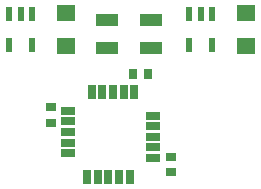
<source format=gtp>
G75*
G70*
%OFA0B0*%
%FSLAX24Y24*%
%IPPOS*%
%LPD*%
%AMOC8*
5,1,8,0,0,1.08239X$1,22.5*
%
%ADD10R,0.0354X0.0276*%
%ADD11R,0.0276X0.0354*%
%ADD12R,0.0217X0.0472*%
%ADD13R,0.0748X0.0433*%
%ADD14R,0.0630X0.0551*%
%ADD15R,0.0250X0.0500*%
%ADD16R,0.0500X0.0250*%
D10*
X004494Y005576D03*
X004494Y006087D03*
X008494Y004437D03*
X008494Y003926D03*
D11*
X007750Y007181D03*
X007238Y007181D03*
D12*
X009120Y008170D03*
X009868Y008170D03*
X009868Y009193D03*
X009494Y009193D03*
X009120Y009193D03*
X003868Y009193D03*
X003494Y009193D03*
X003120Y009193D03*
X003120Y008170D03*
X003868Y008170D03*
D13*
X006366Y008079D03*
X006366Y008984D03*
X007822Y008984D03*
X007822Y008079D03*
D14*
X004994Y008130D03*
X004994Y009233D03*
X010994Y009233D03*
X010994Y008130D03*
D15*
X005706Y003764D03*
X006061Y003764D03*
X006415Y003764D03*
X006769Y003764D03*
X007124Y003764D03*
X007281Y006599D03*
X006927Y006599D03*
X006573Y006599D03*
X006218Y006599D03*
X005864Y006599D03*
D16*
X005077Y005969D03*
X005077Y005614D03*
X005077Y005260D03*
X005077Y004906D03*
X005077Y004551D03*
X007911Y004394D03*
X007911Y004748D03*
X007911Y005103D03*
X007911Y005457D03*
X007911Y005811D03*
M02*

</source>
